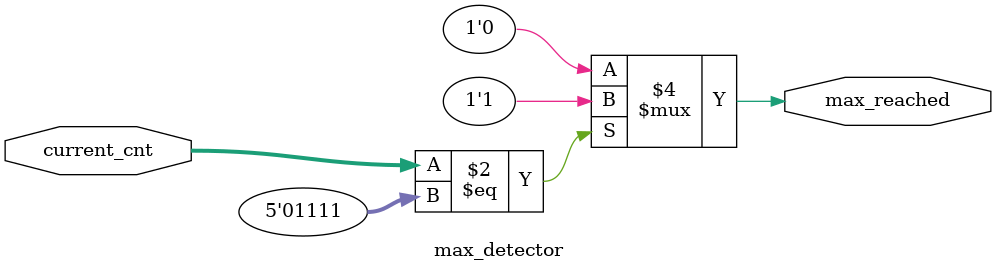
<source format=sv>
module counter_max #(
    parameter MAX = 15
)(
    input  wire clk,
    input  wire rst,
    output wire [$clog2(MAX):0] cnt
);
    // 内部信号
    wire [$clog2(MAX):0] next_cnt;
    wire max_reached;
    
    // 子模块实例化
    counter_logic #(
        .MAX(MAX)
    ) counter_logic_inst (
        .current_cnt(cnt),
        .max_reached(max_reached),
        .next_cnt(next_cnt)
    );
    
    counter_register #(
        .WIDTH($clog2(MAX)+1)
    ) counter_register_inst (
        .clk(clk),
        .rst(rst),
        .next_value(next_cnt),
        .current_value(cnt)
    );
    
    max_detector #(
        .MAX(MAX)
    ) max_detector_inst (
        .current_cnt(cnt),
        .max_reached(max_reached)
    );
    
endmodule

// 计数逻辑子模块 - 负责确定下一个计数值
module counter_logic #(
    parameter MAX = 15
)(
    input  wire [$clog2(MAX):0] current_cnt,
    input  wire max_reached,
    output reg  [$clog2(MAX):0] next_cnt
);
    always @(*) begin
        if (max_reached) begin
            next_cnt = MAX;
        end else begin
            next_cnt = current_cnt + 1'b1;
        end
    end
endmodule

// 寄存器子模块 - 负责存储计数值
module counter_register #(
    parameter WIDTH = 5
)(
    input  wire clk,
    input  wire rst,
    input  wire [WIDTH-1:0] next_value,
    output reg  [WIDTH-1:0] current_value
);
    always @(posedge clk) begin
        if (rst)
            current_value <= {WIDTH{1'b0}};
        else
            current_value <= next_value;
    end
endmodule

// 最大值检测子模块 - 检查是否达到最大值
module max_detector #(
    parameter MAX = 15
)(
    input  wire [$clog2(MAX):0] current_cnt,
    output reg  max_reached
);
    always @(*) begin
        if (current_cnt == MAX) begin
            max_reached = 1'b1;
        end else begin
            max_reached = 1'b0;
        end
    end
endmodule
</source>
